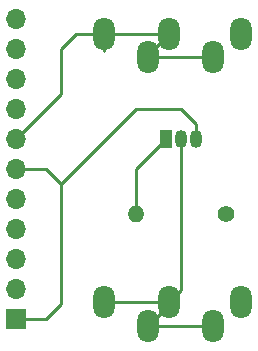
<source format=gbr>
%TF.GenerationSoftware,KiCad,Pcbnew,(5.99.0-9501-gd6b12eab50)*%
%TF.CreationDate,2021-02-28T09:53:11+01:00*%
%TF.ProjectId,audio-adapter,61756469-6f2d-4616-9461-707465722e6b,rev?*%
%TF.SameCoordinates,Original*%
%TF.FileFunction,Copper,L1,Top*%
%TF.FilePolarity,Positive*%
%FSLAX46Y46*%
G04 Gerber Fmt 4.6, Leading zero omitted, Abs format (unit mm)*
G04 Created by KiCad (PCBNEW (5.99.0-9501-gd6b12eab50)) date 2021-02-28 09:53:11*
%MOMM*%
%LPD*%
G01*
G04 APERTURE LIST*
%TA.AperFunction,ComponentPad*%
%ADD10R,1.700000X1.700000*%
%TD*%
%TA.AperFunction,ComponentPad*%
%ADD11O,1.700000X1.700000*%
%TD*%
%TA.AperFunction,ComponentPad*%
%ADD12C,1.400000*%
%TD*%
%TA.AperFunction,ComponentPad*%
%ADD13O,1.400000X1.400000*%
%TD*%
%TA.AperFunction,ComponentPad*%
%ADD14O,1.800000X2.800000*%
%TD*%
%TA.AperFunction,ComponentPad*%
%ADD15R,1.050000X1.500000*%
%TD*%
%TA.AperFunction,ComponentPad*%
%ADD16O,1.050000X1.500000*%
%TD*%
%TA.AperFunction,Conductor*%
%ADD17C,0.250000*%
%TD*%
G04 APERTURE END LIST*
D10*
%TO.P,J1,1,Pin_1*%
%TO.N,Net-(J1-Pad1)*%
X95250000Y-113030000D03*
D11*
%TO.P,J1,2,Pin_2*%
%TO.N,/GND*%
X95250000Y-110490000D03*
%TO.P,J1,3,Pin_3*%
%TO.N,unconnected-(J1-Pad3)*%
X95250000Y-107950000D03*
%TO.P,J1,4,Pin_4*%
%TO.N,unconnected-(J1-Pad4)*%
X95250000Y-105410000D03*
%TO.P,J1,5,Pin_5*%
%TO.N,unconnected-(J1-Pad5)*%
X95250000Y-102870000D03*
%TO.P,J1,6,Pin_6*%
%TO.N,Net-(J1-Pad1)*%
X95250000Y-100330000D03*
%TO.P,J1,7,Pin_7*%
%TO.N,/Audio Out*%
X95250000Y-97790000D03*
%TO.P,J1,8,Pin_8*%
%TO.N,unconnected-(J1-Pad8)*%
X95250000Y-95250000D03*
%TO.P,J1,9,Pin_9*%
%TO.N,unconnected-(J1-Pad9)*%
X95250000Y-92710000D03*
%TO.P,J1,10,Pin_10*%
%TO.N,unconnected-(J1-Pad10)*%
X95250000Y-90170000D03*
%TO.P,J1,11,Pin_11*%
%TO.N,unconnected-(J1-Pad11)*%
X95250000Y-87630000D03*
%TD*%
D12*
%TO.P,R1,1*%
%TO.N,/GND*%
X113030000Y-104140000D03*
D13*
%TO.P,R1,2*%
%TO.N,Net-(Q1-Pad1)*%
X105410000Y-104140000D03*
%TD*%
D14*
%TO.P,J2,R*%
%TO.N,/Audio In*%
X106390000Y-113660000D03*
%TO.P,J2,RN*%
X108190000Y-111660000D03*
%TO.P,J2,S*%
%TO.N,/GND*%
X114290000Y-111660000D03*
%TO.P,J2,T*%
%TO.N,/Audio In*%
X111890000Y-113660000D03*
%TO.P,J2,TN*%
X102690000Y-111660000D03*
%TD*%
%TO.P,J3,R*%
%TO.N,/Audio Out*%
X106400000Y-90900000D03*
%TO.P,J3,RN*%
X108200000Y-88900000D03*
%TO.P,J3,S*%
%TO.N,/GND*%
X114300000Y-88900000D03*
%TO.P,J3,T*%
%TO.N,/Audio Out*%
X111900000Y-90900000D03*
%TO.P,J3,TN*%
X102700000Y-88900000D03*
%TD*%
D15*
%TO.P,Q1,1,C*%
%TO.N,Net-(Q1-Pad1)*%
X107950000Y-97790000D03*
D16*
%TO.P,Q1,2,B*%
%TO.N,/Audio In*%
X109220000Y-97790000D03*
%TO.P,Q1,3,E*%
%TO.N,Net-(J1-Pad1)*%
X110490000Y-97790000D03*
%TD*%
D17*
%TO.N,Net-(Q1-Pad1)*%
X105410000Y-100330000D02*
X107950000Y-97790000D01*
X105410000Y-104140000D02*
X105410000Y-100330000D01*
%TO.N,Net-(J1-Pad7)*%
X106400000Y-90900000D02*
X111900000Y-90900000D01*
X102700000Y-90340000D02*
X102700000Y-88900000D01*
X106400000Y-90900000D02*
X106400000Y-90700000D01*
X99060000Y-93980000D02*
X95250000Y-97790000D01*
X102700000Y-88900000D02*
X100330000Y-88900000D01*
X99060000Y-90170000D02*
X99060000Y-93980000D01*
X106400000Y-90700000D02*
X108200000Y-88900000D01*
X102700000Y-88900000D02*
X108200000Y-88900000D01*
X100330000Y-88900000D02*
X99060000Y-90170000D01*
%TO.N,Net-(J1-Pad1)*%
X99060000Y-101600000D02*
X97790000Y-100330000D01*
X95250000Y-100330000D02*
X97790000Y-100330000D01*
X97790000Y-113030000D02*
X99060000Y-111760000D01*
X110490000Y-98015000D02*
X110490000Y-97790000D01*
X105410000Y-95250000D02*
X109220000Y-95250000D01*
X110490000Y-97790000D02*
X110490000Y-97565000D01*
X95250000Y-113030000D02*
X97790000Y-113030000D01*
X109220000Y-95250000D02*
X110490000Y-96520000D01*
X99060000Y-111760000D02*
X99060000Y-101600000D01*
X99060000Y-101600000D02*
X105410000Y-95250000D01*
X110490000Y-96520000D02*
X110490000Y-97790000D01*
%TO.N,Net-(J2-PadR)*%
X111760000Y-114300000D02*
X111120000Y-113660000D01*
X111890000Y-114170000D02*
X111760000Y-114300000D01*
X109220000Y-110630000D02*
X108190000Y-111660000D01*
X108190000Y-111860000D02*
X106390000Y-113660000D01*
X108190000Y-111660000D02*
X108190000Y-111860000D01*
X111120000Y-113660000D02*
X106390000Y-113660000D01*
X102690000Y-111660000D02*
X108190000Y-111660000D01*
X109220000Y-97790000D02*
X109220000Y-110630000D01*
X111890000Y-113660000D02*
X111890000Y-114170000D01*
%TD*%
M02*

</source>
